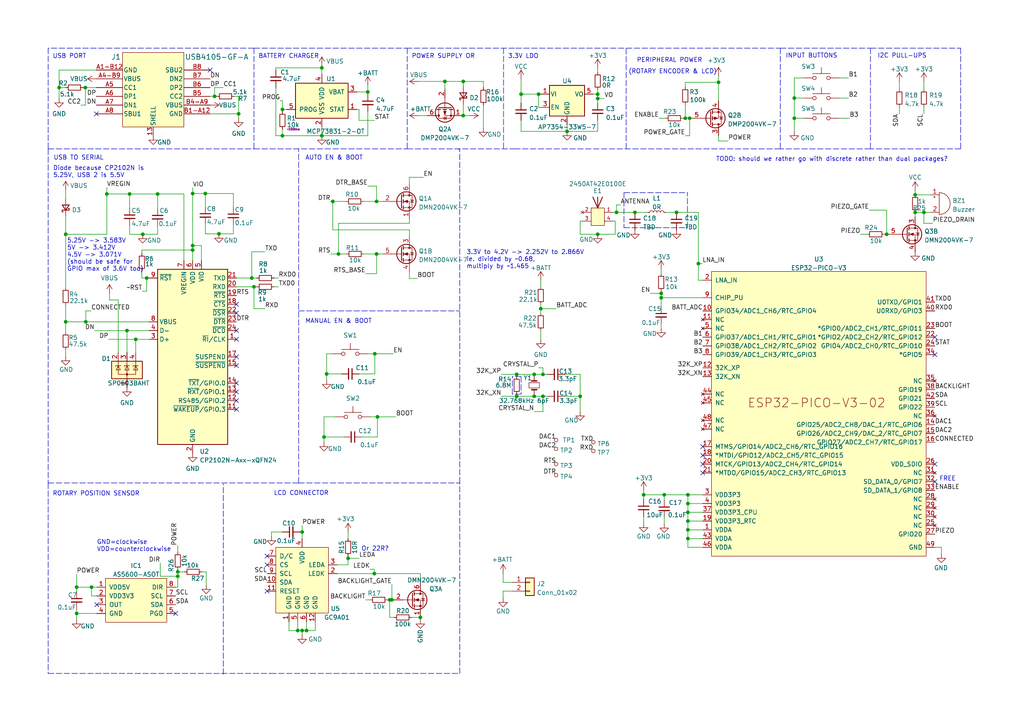
<source format=kicad_sch>
(kicad_sch (version 20211123) (generator eeschema)
  (paper "A4")
  (junction (at 149.86 108.585))
  (junction (at 121.92 179.07))
  (junction (at 208.407 23.876))
  (junction (at 69.215 33.02))
  (junction (at 81.915 39.37))
  (junction (at 45.72 56.261))
  (junction (at 17.145 25.4))
  (junction (at 129.032 23.622))
  (junction (at 22.225 177.927))
  (junction (at 184.15 61.595))
  (junction (at 202.565 76.454))
  (junction (at 173.355 27.305))
  (junction (at 63.5 67.818))
  (junction (at 42.545 80.645))
  (junction (at 199.517 148.59))
  (junction (at 37.592 56.261))
  (junction (at 24.892 93.345))
  (junction (at 154.94 114.935))
  (junction (at 154.94 108.585))
  (junction (at 81.915 31.75))
  (junction (at 86.36 182.88))
  (junction (at 106.68 26.67))
  (junction (at 39.37 98.425))
  (junction (at 192.659 143.51))
  (junction (at 55.88 56.134))
  (junction (at 98.171 73.66))
  (junction (at 157.48 114.935))
  (junction (at 198.755 34.29))
  (junction (at 55.88 71.247))
  (junction (at 41.402 67.945))
  (junction (at 108.585 166.37))
  (junction (at 134.366 23.622))
  (junction (at 230.378 28.448))
  (junction (at 87.63 182.88))
  (junction (at 157.48 108.585))
  (junction (at 36.83 95.885))
  (junction (at 51.562 165.862))
  (junction (at 196.215 61.595))
  (junction (at 230.378 34.29))
  (junction (at 55.88 72.517))
  (junction (at 191.77 85.09))
  (junction (at 156.845 89.535))
  (junction (at 109.22 58.42))
  (junction (at 109.474 120.904))
  (junction (at 186.69 143.51))
  (junction (at 199.517 143.51))
  (junction (at 173.355 67.945))
  (junction (at 265.43 56.515))
  (junction (at 19.05 93.345))
  (junction (at 100.965 161.925))
  (junction (at 199.517 153.67))
  (junction (at 199.517 146.05))
  (junction (at 109.22 73.66))
  (junction (at 151.13 27.305))
  (junction (at 73.66 83.185))
  (junction (at 87.63 154.305))
  (junction (at 94.742 108.458))
  (junction (at 108.712 102.616))
  (junction (at 199.517 151.13))
  (junction (at 267.97 61.595))
  (junction (at 59.563 56.134))
  (junction (at 199.517 156.21))
  (junction (at 22.225 170.307))
  (junction (at 93.345 19.685))
  (junction (at 113.665 173.99))
  (junction (at 26.543 170.307))
  (junction (at 30.988 56.261))
  (junction (at 149.86 114.935))
  (junction (at 73.025 80.645))
  (junction (at 19.05 67.945))
  (junction (at 113.03 173.99))
  (junction (at 200.025 34.29))
  (junction (at 93.98 126.746))
  (junction (at 191.77 86.36))
  (junction (at 257.175 67.945))
  (junction (at 96.52 58.42))
  (junction (at 93.345 39.37))
  (junction (at 178.816 61.595))
  (junction (at 164.465 38.1))
  (junction (at 168.275 114.935))
  (junction (at 51.562 167.132))
  (junction (at 134.366 33.528))
  (junction (at 173.355 28.575))
  (junction (at 265.43 61.595))
  (junction (at 62.23 27.94))
  (junction (at 88.9 182.88))
  (junction (at 24.765 25.4))
  (junction (at 156.21 27.305))
  (no_connect (at 271.145 134.62))
  (no_connect (at 68.58 106.045))
  (no_connect (at 68.58 103.505))
  (no_connect (at 203.835 134.62))
  (no_connect (at 203.835 137.16))
  (no_connect (at 68.58 88.265))
  (no_connect (at 203.835 129.54))
  (no_connect (at 68.58 111.125))
  (no_connect (at 68.58 116.205))
  (no_connect (at 68.58 113.665))
  (no_connect (at 68.58 118.745))
  (no_connect (at 68.58 90.805))
  (no_connect (at 271.145 97.79))
  (no_connect (at 271.145 102.87))
  (no_connect (at 27.94 33.02))
  (no_connect (at 60.96 20.32))
  (no_connect (at 77.47 171.45))
  (no_connect (at 77.47 163.83))
  (no_connect (at 203.835 132.08))
  (no_connect (at 68.58 95.885))
  (no_connect (at 68.58 98.425))
  (no_connect (at 271.145 139.7))
  (no_connect (at 77.47 161.29))
  (no_connect (at 50.927 177.927))
  (no_connect (at 28.067 175.387))
  (wire (pts (xy 168.275 114.935) (xy 163.83 114.935)))
  (wire (pts (xy 59.563 67.818) (xy 63.5 67.818)))
  (wire (pts (xy 151.13 38.1) (xy 164.465 38.1)))
  (wire (pts (xy 119.38 179.07) (xy 121.92 179.07)))
  (wire (pts (xy 19.05 101.473) (xy 19.05 103.378)))
  (wire (pts (xy 173.355 19.685) (xy 173.355 20.955)))
  (wire (pts (xy 164.465 38.1) (xy 164.465 36.195)))
  (wire (pts (xy 113.03 179.07) (xy 113.03 173.99)))
  (wire (pts (xy 134.366 30.226) (xy 134.366 33.528)))
  (wire (pts (xy 41.148 72.517) (xy 55.88 72.517)))
  (wire (pts (xy 186.69 143.51) (xy 186.69 144.78)))
  (wire (pts (xy 188.595 85.09) (xy 191.77 85.09)))
  (polyline (pts (xy 181.61 43.18) (xy 181.61 13.97)))
  (polyline (pts (xy 180.975 66.04) (xy 199.39 66.04)))
  (wire (pts (xy 30.988 67.945) (xy 30.988 56.261)))
  (wire (pts (xy 199.517 156.21) (xy 199.517 153.67)))
  (polyline (pts (xy 118.11 43.18) (xy 149.225 43.18)))
  (wire (pts (xy 265.43 61.595) (xy 265.43 62.865)))
  (wire (pts (xy 243.332 28.448) (xy 246.126 28.448)))
  (wire (pts (xy 59.563 65.024) (xy 59.563 67.818)))
  (wire (pts (xy 198.755 39.37) (xy 200.025 39.37)))
  (wire (pts (xy 178.816 59.436) (xy 178.816 61.595)))
  (wire (pts (xy 106.045 79.375) (xy 109.22 79.375)))
  (wire (pts (xy 109.22 53.975) (xy 109.22 58.42)))
  (wire (pts (xy 105.537 73.66) (xy 109.22 73.66)))
  (wire (pts (xy 45.72 67.945) (xy 45.72 65.532)))
  (wire (pts (xy 191.77 86.36) (xy 203.835 86.36)))
  (wire (pts (xy 163.83 108.585) (xy 168.275 108.585)))
  (wire (pts (xy 270.51 64.77) (xy 267.97 64.77)))
  (wire (pts (xy 129.032 23.622) (xy 129.032 25.908)))
  (wire (pts (xy 73.025 73.025) (xy 73.025 80.645)))
  (wire (pts (xy 156.845 89.535) (xy 156.845 90.805)))
  (wire (pts (xy 230.378 22.606) (xy 230.378 28.448)))
  (wire (pts (xy 31.496 98.425) (xy 39.37 98.425)))
  (wire (pts (xy 208.407 22.098) (xy 208.407 23.876)))
  (wire (pts (xy 203.835 81.28) (xy 202.565 81.28)))
  (wire (pts (xy 79.502 83.185) (xy 80.772 83.185)))
  (wire (pts (xy 19.05 67.945) (xy 19.05 83.439)))
  (wire (pts (xy 145.415 108.585) (xy 149.86 108.585)))
  (wire (pts (xy 106.68 27.305) (xy 106.68 26.67)))
  (wire (pts (xy 98.171 64.77) (xy 118.745 64.77)))
  (wire (pts (xy 199.517 153.67) (xy 199.517 151.13)))
  (wire (pts (xy 173.355 26.035) (xy 173.355 27.305)))
  (wire (pts (xy 156.21 27.305) (xy 156.845 27.305)))
  (wire (pts (xy 24.765 25.4) (xy 27.94 25.4)))
  (wire (pts (xy 106.68 53.975) (xy 109.22 53.975)))
  (wire (pts (xy 81.915 37.465) (xy 81.915 39.37)))
  (wire (pts (xy 80.01 39.37) (xy 81.915 39.37)))
  (wire (pts (xy 105.41 58.42) (xy 109.22 58.42)))
  (wire (pts (xy 98.171 64.77) (xy 98.171 73.66)))
  (wire (pts (xy 80.01 19.685) (xy 93.345 19.685)))
  (wire (pts (xy 134.366 23.622) (xy 134.366 25.146)))
  (wire (pts (xy 46.482 167.132) (xy 51.562 167.132)))
  (wire (pts (xy 173.355 28.575) (xy 175.26 28.575)))
  (wire (pts (xy 118.745 66.675) (xy 118.745 68.58)))
  (wire (pts (xy 30.988 56.261) (xy 37.592 56.261)))
  (wire (pts (xy 81.915 39.37) (xy 93.345 39.37)))
  (wire (pts (xy 51.562 165.862) (xy 51.562 167.132)))
  (wire (pts (xy 81.915 31.75) (xy 81.915 32.385)))
  (wire (pts (xy 198.755 23.876) (xy 208.407 23.876)))
  (wire (pts (xy 94.742 108.458) (xy 99.06 108.458)))
  (wire (pts (xy 37.592 56.261) (xy 37.592 60.325)))
  (wire (pts (xy 67.945 27.94) (xy 69.215 27.94)))
  (wire (pts (xy 27.432 95.885) (xy 36.83 95.885)))
  (wire (pts (xy 168.91 64.135) (xy 168.275 64.135)))
  (wire (pts (xy 41.148 78.613) (xy 41.148 80.645)))
  (wire (pts (xy 80.01 20.32) (xy 80.01 19.685)))
  (wire (pts (xy 19.05 55.118) (xy 19.05 57.658)))
  (wire (pts (xy 156.845 31.115) (xy 156.21 31.115)))
  (wire (pts (xy 24.892 90.17) (xy 26.416 90.17)))
  (wire (pts (xy 121.412 23.622) (xy 129.032 23.622)))
  (wire (pts (xy 96.52 66.675) (xy 118.745 66.675)))
  (wire (pts (xy 69.215 33.02) (xy 69.215 34.29)))
  (wire (pts (xy 104.14 34.925) (xy 108.585 34.925)))
  (wire (pts (xy 108.585 165.1) (xy 108.585 166.37)))
  (wire (pts (xy 93.345 19.685) (xy 93.345 21.59)))
  (polyline (pts (xy 73.66 43.18) (xy 118.11 43.18)))
  (wire (pts (xy 260.858 30.988) (xy 260.858 33.02)))
  (polyline (pts (xy 64.77 195.58) (xy 64.77 140.335)))
  (wire (pts (xy 22.225 171.577) (xy 22.225 170.307)))
  (wire (pts (xy 24.13 25.4) (xy 24.765 25.4)))
  (wire (pts (xy 198.12 34.29) (xy 198.755 34.29)))
  (wire (pts (xy 243.332 34.29) (xy 246.38 34.29)))
  (wire (pts (xy 202.565 61.595) (xy 196.215 61.595)))
  (wire (pts (xy 199.517 158.75) (xy 199.517 156.21)))
  (polyline (pts (xy 151.13 109.22) (xy 148.59 109.22)))
  (wire (pts (xy 157.48 114.935) (xy 154.94 114.935)))
  (wire (pts (xy 63.5 67.818) (xy 67.691 67.818)))
  (wire (pts (xy 100.965 161.925) (xy 104.14 161.925)))
  (wire (pts (xy 192.659 143.51) (xy 192.659 145.034)))
  (wire (pts (xy 100.965 154.305) (xy 100.965 156.21)))
  (wire (pts (xy 51.562 167.132) (xy 51.562 170.307)))
  (wire (pts (xy 154.94 119.38) (xy 157.48 119.38)))
  (wire (pts (xy 121.92 166.37) (xy 121.92 168.91)))
  (wire (pts (xy 30.988 54.356) (xy 30.988 56.261)))
  (wire (pts (xy 265.43 61.595) (xy 267.97 61.595)))
  (wire (pts (xy 203.835 158.75) (xy 199.517 158.75)))
  (wire (pts (xy 149.86 114.935) (xy 154.94 114.935)))
  (polyline (pts (xy 199.39 66.04) (xy 199.39 55.88)))
  (wire (pts (xy 149.86 108.585) (xy 154.94 108.585)))
  (wire (pts (xy 168.275 108.585) (xy 168.275 114.935)))
  (wire (pts (xy 93.98 126.746) (xy 99.822 126.746)))
  (wire (pts (xy 96.52 58.42) (xy 100.33 58.42)))
  (wire (pts (xy 121.412 33.528) (xy 123.952 33.528)))
  (wire (pts (xy 186.69 149.86) (xy 186.69 151.765)))
  (wire (pts (xy 42.545 84.455) (xy 42.545 80.645)))
  (wire (pts (xy 191.77 93.98) (xy 191.77 95.25)))
  (wire (pts (xy 17.145 20.32) (xy 27.94 20.32)))
  (wire (pts (xy 41.148 73.533) (xy 41.148 72.517)))
  (wire (pts (xy 243.332 22.606) (xy 246.126 22.606)))
  (wire (pts (xy 156.845 98.425) (xy 156.845 95.885)))
  (wire (pts (xy 107.315 165.1) (xy 108.585 165.1)))
  (wire (pts (xy 230.378 28.448) (xy 230.378 34.29)))
  (wire (pts (xy 199.517 148.59) (xy 199.517 146.05)))
  (wire (pts (xy 154.94 114.3) (xy 154.94 114.935)))
  (wire (pts (xy 178.816 61.595) (xy 184.15 61.595)))
  (wire (pts (xy 192.659 143.51) (xy 199.517 143.51)))
  (wire (pts (xy 55.88 56.134) (xy 55.88 71.247)))
  (wire (pts (xy 156.845 83.185) (xy 156.845 81.28)))
  (wire (pts (xy 191.77 85.09) (xy 191.77 86.36)))
  (polyline (pts (xy 73.66 13.97) (xy 13.97 13.97)))
  (wire (pts (xy 265.43 56.515) (xy 269.875 56.515)))
  (wire (pts (xy 55.88 71.247) (xy 55.88 72.517)))
  (wire (pts (xy 203.835 146.05) (xy 199.517 146.05)))
  (polyline (pts (xy 226.314 13.97) (xy 252.476 13.97)))
  (wire (pts (xy 69.215 33.02) (xy 60.96 33.02)))
  (wire (pts (xy 86.36 180.34) (xy 86.36 182.88)))
  (wire (pts (xy 68.58 83.185) (xy 73.66 83.185)))
  (wire (pts (xy 67.691 56.134) (xy 59.563 56.134)))
  (wire (pts (xy 151.13 34.925) (xy 151.13 38.1)))
  (wire (pts (xy 17.145 25.4) (xy 17.145 20.32)))
  (wire (pts (xy 106.68 102.616) (xy 108.712 102.616)))
  (wire (pts (xy 140.208 30.48) (xy 140.208 37.084)))
  (wire (pts (xy 199.517 148.59) (xy 199.517 151.13)))
  (wire (pts (xy 267.97 30.988) (xy 267.97 33.02)))
  (wire (pts (xy 140.208 23.622) (xy 140.208 25.4)))
  (polyline (pts (xy 226.314 43.18) (xy 181.61 43.18)))
  (wire (pts (xy 22.225 176.657) (xy 22.225 177.927)))
  (wire (pts (xy 109.474 120.904) (xy 114.808 120.904)))
  (wire (pts (xy 76.835 73.025) (xy 73.025 73.025)))
  (wire (pts (xy 19.05 25.4) (xy 17.145 25.4)))
  (wire (pts (xy 199.517 146.05) (xy 199.517 143.51)))
  (wire (pts (xy 186.69 142.24) (xy 186.69 143.51)))
  (wire (pts (xy 257.175 67.945) (xy 257.81 67.945)))
  (wire (pts (xy 168.275 119.38) (xy 168.275 114.935)))
  (polyline (pts (xy 278.638 13.97) (xy 278.638 43.18)))
  (wire (pts (xy 73.66 89.535) (xy 73.66 83.185)))
  (wire (pts (xy 93.345 19.05) (xy 93.345 19.685)))
  (wire (pts (xy 55.88 72.517) (xy 55.88 75.565)))
  (wire (pts (xy 93.345 36.83) (xy 93.345 39.37)))
  (wire (pts (xy 108.712 102.616) (xy 114.046 102.616)))
  (wire (pts (xy 113.665 173.99) (xy 114.3 173.99)))
  (polyline (pts (xy 13.97 43.18) (xy 13.97 140.081)))
  (wire (pts (xy 45.72 56.261) (xy 45.72 60.452)))
  (wire (pts (xy 145.415 114.935) (xy 149.86 114.935)))
  (wire (pts (xy 73.66 83.185) (xy 74.422 83.185)))
  (wire (pts (xy 24.892 90.17) (xy 24.892 93.345)))
  (wire (pts (xy 42.545 80.645) (xy 43.18 80.645)))
  (wire (pts (xy 192.659 150.114) (xy 192.659 151.892)))
  (wire (pts (xy 69.215 27.94) (xy 69.215 33.02)))
  (wire (pts (xy 37.592 56.261) (xy 45.72 56.261)))
  (wire (pts (xy 173.355 27.305) (xy 173.355 28.575)))
  (polyline (pts (xy 73.66 13.97) (xy 73.66 43.18)))
  (wire (pts (xy 39.37 98.425) (xy 39.37 102.235)))
  (wire (pts (xy 203.835 148.59) (xy 199.517 148.59)))
  (wire (pts (xy 100.965 163.83) (xy 100.965 161.925)))
  (wire (pts (xy 98.171 73.66) (xy 100.457 73.66)))
  (wire (pts (xy 271.145 158.75) (xy 273.05 158.75)))
  (wire (pts (xy 79.502 80.645) (xy 80.772 80.645)))
  (wire (pts (xy 149.86 108.585) (xy 149.86 109.22)))
  (polyline (pts (xy 86.614 140.081) (xy 133.35 140.081)))
  (wire (pts (xy 151.13 22.86) (xy 151.13 27.305)))
  (polyline (pts (xy 13.97 13.97) (xy 13.97 43.18)))
  (wire (pts (xy 230.378 28.448) (xy 233.172 28.448)))
  (wire (pts (xy 31.75 86.995) (xy 34.29 86.995)))
  (wire (pts (xy 104.14 31.75) (xy 104.14 34.925)))
  (wire (pts (xy 256.54 67.945) (xy 257.175 67.945)))
  (wire (pts (xy 173.355 28.575) (xy 173.355 29.845)))
  (wire (pts (xy 208.407 23.876) (xy 208.407 29.21)))
  (wire (pts (xy 87.63 154.305) (xy 87.63 156.21)))
  (wire (pts (xy 198.755 25.273) (xy 198.755 23.876)))
  (wire (pts (xy 168.275 64.135) (xy 168.275 67.945)))
  (polyline (pts (xy 132.969 43.307) (xy 133.35 43.307)))
  (polyline (pts (xy 252.476 13.97) (xy 252.476 43.18)))
  (wire (pts (xy 28.067 177.927) (xy 22.225 177.927)))
  (polyline (pts (xy 151.13 109.22) (xy 151.13 114.3)))
  (wire (pts (xy 151.13 27.305) (xy 151.13 29.845)))
  (wire (pts (xy 177.8 64.135) (xy 178.435 64.135)))
  (wire (pts (xy 172.085 27.305) (xy 173.355 27.305)))
  (wire (pts (xy 94.742 102.616) (xy 94.742 108.458)))
  (polyline (pts (xy 180.975 13.97) (xy 149.225 13.97)))
  (polyline (pts (xy 151.13 114.3) (xy 148.59 114.3)))
  (wire (pts (xy 230.378 34.29) (xy 230.378 38.1)))
  (wire (pts (xy 191.77 78.105) (xy 191.77 79.375)))
  (wire (pts (xy 157.48 106.68) (xy 157.48 108.585)))
  (polyline (pts (xy 278.638 43.18) (xy 252.476 43.18)))
  (wire (pts (xy 203.835 143.51) (xy 199.517 143.51)))
  (wire (pts (xy 145.923 168.91) (xy 148.59 168.91)))
  (wire (pts (xy 22.225 166.497) (xy 22.225 170.307)))
  (wire (pts (xy 230.378 34.29) (xy 233.172 34.29)))
  (wire (pts (xy 273.05 158.75) (xy 273.05 160.655)))
  (wire (pts (xy 109.22 79.375) (xy 109.22 73.66)))
  (wire (pts (xy 151.13 27.305) (xy 156.21 27.305)))
  (wire (pts (xy 203.835 156.21) (xy 199.517 156.21)))
  (wire (pts (xy 186.69 143.51) (xy 192.659 143.51)))
  (wire (pts (xy 107.442 120.904) (xy 109.474 120.904)))
  (wire (pts (xy 37.592 65.405) (xy 37.592 67.945)))
  (wire (pts (xy 96.52 58.42) (xy 96.52 66.675)))
  (wire (pts (xy 109.474 126.746) (xy 104.902 126.746)))
  (wire (pts (xy 36.83 95.885) (xy 43.18 95.885)))
  (wire (pts (xy 22.225 170.307) (xy 26.543 170.307)))
  (wire (pts (xy 24.892 93.345) (xy 43.18 93.345)))
  (wire (pts (xy 106.68 24.765) (xy 106.68 26.67)))
  (polyline (pts (xy 146.05 13.97) (xy 146.05 43.18)))
  (wire (pts (xy 203.835 151.13) (xy 199.517 151.13)))
  (wire (pts (xy 68.58 80.645) (xy 73.025 80.645)))
  (polyline (pts (xy 133.35 140.081) (xy 133.35 43.307)))
  (wire (pts (xy 26.543 170.307) (xy 28.067 170.307)))
  (polyline (pts (xy 13.97 140.081) (xy 13.97 195.326)))
  (wire (pts (xy 58.547 165.862) (xy 59.817 165.862)))
  (wire (pts (xy 39.37 98.425) (xy 43.18 98.425)))
  (polyline (pts (xy 13.97 43.18) (xy 73.66 43.18)))
  (polyline (pts (xy 133.35 195.326) (xy 133.35 140.081)))
  (wire (pts (xy 200.025 34.29) (xy 200.025 39.37)))
  (wire (pts (xy 53.34 56.261) (xy 53.34 75.565)))
  (wire (pts (xy 202.565 81.28) (xy 202.565 76.454)))
  (wire (pts (xy 149.86 114.3) (xy 149.86 114.935)))
  (wire (pts (xy 184.15 61.595) (xy 187.96 61.595)))
  (wire (pts (xy 62.23 27.94) (xy 62.865 27.94)))
  (wire (pts (xy 168.275 67.945) (xy 173.355 67.945)))
  (wire (pts (xy 108.712 102.616) (xy 108.712 108.458)))
  (polyline (pts (xy 252.476 13.97) (xy 278.638 13.97)))
  (wire (pts (xy 191.77 84.455) (xy 191.77 85.09)))
  (wire (pts (xy 83.185 31.75) (xy 81.915 31.75)))
  (wire (pts (xy 200.025 34.29) (xy 200.787 34.29)))
  (wire (pts (xy 109.474 120.904) (xy 109.474 126.746)))
  (wire (pts (xy 156.845 88.265) (xy 156.845 89.535)))
  (wire (pts (xy 129.032 23.622) (xy 134.366 23.622)))
  (wire (pts (xy 55.88 54.483) (xy 55.88 56.134)))
  (polyline (pts (xy 13.97 195.326) (xy 78.486 195.326)))
  (wire (pts (xy 118.745 63.5) (xy 118.745 64.77)))
  (wire (pts (xy 118.745 51.435) (xy 122.809 51.435)))
  (wire (pts (xy 267.97 61.595) (xy 269.875 61.595)))
  (wire (pts (xy 121.92 179.07) (xy 121.92 179.705)))
  (wire (pts (xy 19.05 88.519) (xy 19.05 93.345)))
  (wire (pts (xy 154.94 108.585) (xy 154.94 109.22)))
  (wire (pts (xy 73.025 80.645) (xy 74.422 80.645)))
  (wire (pts (xy 83.82 180.34) (xy 83.82 182.88)))
  (wire (pts (xy 134.366 23.622) (xy 140.208 23.622)))
  (wire (pts (xy 97.79 163.83) (xy 100.965 163.83)))
  (wire (pts (xy 103.505 31.75) (xy 104.14 31.75)))
  (wire (pts (xy 37.592 67.945) (xy 41.402 67.945)))
  (polyline (pts (xy 86.614 90.17) (xy 133.35 90.17)))
  (wire (pts (xy 55.88 56.134) (xy 59.563 56.134)))
  (polyline (pts (xy 181.61 13.97) (xy 226.314 13.97)))
  (polyline (pts (xy 149.225 43.18) (xy 181.61 43.18)))
  (wire (pts (xy 158.75 114.935) (xy 157.48 114.935)))
  (wire (pts (xy 81.915 29.21) (xy 81.915 31.75)))
  (wire (pts (xy 109.22 73.66) (xy 111.125 73.66)))
  (wire (pts (xy 134.112 33.528) (xy 134.366 33.528)))
  (wire (pts (xy 88.9 180.34) (xy 88.9 182.88)))
  (wire (pts (xy 145.923 166.243) (xy 145.923 168.91)))
  (wire (pts (xy 67.691 67.818) (xy 67.691 65.151)))
  (wire (pts (xy 106.68 32.385) (xy 106.68 39.37)))
  (wire (pts (xy 88.9 182.88) (xy 87.63 182.88)))
  (wire (pts (xy 59.817 165.862) (xy 59.817 169.672)))
  (wire (pts (xy 113.03 173.99) (xy 113.665 173.99)))
  (wire (pts (xy 81.28 29.21) (xy 81.915 29.21)))
  (polyline (pts (xy 180.975 55.88) (xy 180.975 66.04)))
  (polyline (pts (xy 149.225 13.97) (xy 118.11 13.97)))
  (wire (pts (xy 260.858 23.622) (xy 260.858 25.908)))
  (wire (pts (xy 95.885 73.66) (xy 98.171 73.66)))
  (wire (pts (xy 91.44 182.88) (xy 88.9 182.88)))
  (wire (pts (xy 26.543 170.307) (xy 26.543 172.847)))
  (wire (pts (xy 86.995 154.305) (xy 87.63 154.305)))
  (polyline (pts (xy 226.314 13.97) (xy 226.314 43.18)))
  (wire (pts (xy 83.82 182.88) (xy 86.36 182.88)))
  (wire (pts (xy 19.05 93.345) (xy 19.05 96.393)))
  (wire (pts (xy 96.52 102.616) (xy 94.742 102.616)))
  (wire (pts (xy 145.923 171.45) (xy 145.923 173.482)))
  (wire (pts (xy 158.75 108.585) (xy 157.48 108.585)))
  (wire (pts (xy 87.63 154.305) (xy 87.63 152.4)))
  (wire (pts (xy 51.562 165.862) (xy 53.467 165.862)))
  (wire (pts (xy 177.8 61.595) (xy 178.816 61.595)))
  (wire (pts (xy 60.96 27.94) (xy 62.23 27.94)))
  (wire (pts (xy 80.01 25.4) (xy 80.01 39.37)))
  (wire (pts (xy 41.402 67.945) (xy 45.72 67.945)))
  (wire (pts (xy 62.23 25.4) (xy 62.23 27.94)))
  (wire (pts (xy 19.05 62.738) (xy 19.05 67.945)))
  (wire (pts (xy 53.34 56.261) (xy 45.72 56.261)))
  (polyline (pts (xy 13.97 140.081) (xy 86.614 140.081)))
  (wire (pts (xy 41.275 84.455) (xy 42.545 84.455)))
  (wire (pts (xy 36.83 95.885) (xy 36.83 102.235)))
  (wire (pts (xy 202.565 76.454) (xy 202.565 61.595)))
  (polyline (pts (xy 148.59 114.3) (xy 148.59 109.22)))
  (wire (pts (xy 41.148 80.645) (xy 42.545 80.645)))
  (wire (pts (xy 106.68 26.67) (xy 103.505 26.67)))
  (polyline (pts (xy 180.975 55.88) (xy 199.39 55.88)))
  (wire (pts (xy 173.355 34.925) (xy 173.355 38.1)))
  (wire (pts (xy 156.21 31.115) (xy 156.21 27.305)))
  (wire (pts (xy 31.75 85.09) (xy 31.75 86.995)))
  (wire (pts (xy 156.21 106.68) (xy 157.48 106.68)))
  (wire (pts (xy 97.79 166.37) (xy 108.585 166.37)))
  (polyline (pts (xy 252.476 43.18) (xy 226.314 43.18)))
  (wire (pts (xy 178.435 64.135) (xy 178.435 67.945)))
  (wire (pts (xy 118.745 80.772) (xy 121.031 80.772)))
  (wire (pts (xy 257.175 60.96) (xy 257.175 67.945)))
  (wire (pts (xy 93.98 120.904) (xy 93.98 126.746)))
  (wire (pts (xy 24.765 30.48) (xy 24.765 25.4)))
  (wire (pts (xy 267.97 64.77) (xy 267.97 61.595)))
  (wire (pts (xy 118.745 51.435) (xy 118.745 53.34)))
  (wire (pts (xy 106.68 39.37) (xy 93.345 39.37)))
  (polyline (pts (xy 73.66 13.97) (xy 118.11 13.97)))
  (wire (pts (xy 233.172 22.606) (xy 230.378 22.606)))
  (wire (pts (xy 156.845 89.535) (xy 161.29 89.535)))
  (wire (pts (xy 23.495 30.48) (xy 24.765 30.48)))
  (wire (pts (xy 78.74 155.575) (xy 78.74 154.305)))
  (wire (pts (xy 193.04 61.595) (xy 196.215 61.595)))
  (wire (pts (xy 267.97 23.622) (xy 267.97 25.908)))
  (wire (pts (xy 64.77 25.4) (xy 62.23 25.4)))
  (wire (pts (xy 114.3 179.07) (xy 113.03 179.07)))
  (polyline (pts (xy 86.614 140.081) (xy 86.614 43.18)))
  (wire (pts (xy 113.665 169.545) (xy 113.665 173.99)))
  (wire (pts (xy 173.355 67.945) (xy 178.435 67.945)))
  (wire (pts (xy 59.563 56.134) (xy 59.563 59.944)))
  (wire (pts (xy 58.42 75.565) (xy 58.42 71.247)))
  (wire (pts (xy 95.885 58.42) (xy 96.52 58.42)))
  (wire (pts (xy 157.48 108.585) (xy 154.94 108.585)))
  (wire (pts (xy 191.135 34.29) (xy 193.04 34.29)))
  (wire (pts (xy 26.543 172.847) (xy 28.067 172.847)))
  (wire (pts (xy 265.43 55.245) (xy 265.43 56.515)))
  (wire (pts (xy 106.045 173.99) (xy 107.315 173.99)))
  (wire (pts (xy 179.959 59.436) (xy 178.816 59.436)))
  (wire (pts (xy 157.48 119.38) (xy 157.48 114.935)))
  (wire (pts (xy 249.555 67.945) (xy 251.46 67.945)))
  (wire (pts (xy 67.691 60.071) (xy 67.691 56.134)))
  (wire (pts (xy 76.835 89.535) (xy 73.66 89.535)))
  (wire (pts (xy 198.755 30.353) (xy 198.755 34.29)))
  (wire (pts (xy 93.98 126.746) (xy 93.98 128.27)))
  (polyline (pts (xy 78.486 195.326) (xy 133.35 195.326)))
  (wire (pts (xy 164.465 38.1) (xy 173.355 38.1)))
  (wire (pts (xy 58.42 71.247) (xy 55.88 71.247)))
  (wire (pts (xy 19.05 67.945) (xy 30.988 67.945)))
  (wire (pts (xy 203.835 153.67) (xy 199.517 153.67)))
  (wire (pts (xy 108.585 166.37) (xy 121.92 166.37)))
  (wire (pts (xy 91.44 180.34) (xy 91.44 182.88)))
  (wire (pts (xy 17.145 25.4) (xy 17.145 28.575)))
  (wire (pts (xy 78.74 154.305) (xy 81.915 154.305)))
  (wire (pts (xy 202.565 76.454) (xy 203.708 76.454)))
  (wire (pts (xy 46.482 163.322) (xy 46.482 167.132)))
  (wire (pts (xy 208.407 40.894) (xy 211.201 40.894)))
  (wire (pts (xy 51.562 158.242) (xy 51.562 160.147)))
  (wire (pts (xy 22.225 177.927) (xy 22.225 179.705)))
  (wire (pts (xy 109.22 58.42) (xy 111.125 58.42)))
  (wire (pts (xy 94.742 108.458) (xy 94.742 110.236)))
  (wire (pts (xy 112.395 173.99) (xy 113.03 173.99)))
  (wire (pts (xy 86.36 182.88) (xy 87.63 182.88)))
  (wire (pts (xy 87.63 182.88) (xy 87.63 184.15)))
  (wire (pts (xy 19.05 93.345) (xy 24.892 93.345)))
  (wire (pts (xy 148.59 171.45) (xy 145.923 171.45)))
  (wire (pts (xy 100.965 161.925) (xy 100.965 161.29)))
  (wire (pts (xy 191.77 86.36) (xy 191.77 88.9)))
  (wire (pts (xy 34.29 86.995) (xy 34.29 102.235)))
  (wire (pts (xy 198.755 34.29) (xy 200.025 34.29)))
  (wire (pts (xy 51.562 165.227) (xy 51.562 165.862)))
  (wire (pts (xy 208.407 39.37) (xy 208.407 40.894)))
  (wire (pts (xy 97.282 120.904) (xy 93.98 120.904)))
  (wire (pts (xy 50.927 170.307) (xy 51.562 170.307)))
  (polyline (pts (xy 118.11 13.97) (xy 118.11 43.18)))
  (wire (pts (xy 108.712 108.458) (xy 104.14 108.458)))
  (wire (pts (xy 252.095 60.96) (xy 257.175 60.96)))
  (wire (pts (xy 118.745 78.74) (xy 118.745 80.772)))
  (wire (pts (xy 134.366 33.528) (xy 136.144 33.528)))
  (text "POWER SUPPLY OR" (at 119.38 17.145 0) (effects (font (size 1.27 1.27)) (justify left bottom)))
  (text "PERIPHERAL POWER" (at 184.658 18.288 0) (effects (font (size 1.27 1.27)) (justify left bottom)))
  (text "INPUT BUTTONS" (at 227.838 17.018 0) (effects (font (size 1.27 1.27)) (justify left bottom)))
  (text "3.3V LDO" (at 147.32 17.145 0) (effects (font (size 1.27 1.27)) (justify left bottom)))
  (text "(ROTARY ENCODER & LCD)" (at 182.245 21.59 0) (effects (font (size 1.27 1.27)) (justify left bottom)))
  (text "5.25V -> 3.583V\n5V -> 3.412V\n4.5V -> 3.071V\n(should be safe for\nGPIO max of 3.6V too)\n\n" (at 19.431 80.899 0) (effects (font (size 1.27 1.27)) (justify left bottom)))
  (text "I2C PULL-UPS" (at 254.508 17.018 0) (effects (font (size 1.27 1.27)) (justify left bottom)))
  (text "USB TO SERIAL" (at 15.494 46.609 0) (effects (font (size 1.27 1.27)) (justify left bottom)))
  (text "LCD CONNECTOR" (at 79.375 143.891 0) (effects (font (size 1.27 1.27)) (justify left bottom)))
  (text "AUTO EN & BOOT" (at 88.519 46.609 0) (effects (font (size 1.27 1.27)) (justify left bottom)))
  (text "Or 22R?" (at 104.775 160.02 0) (effects (font (size 1.27 1.27)) (justify left bottom)))
  (text "BATTERY CHARGER" (at 74.93 17.145 0) (effects (font (size 1.27 1.27)) (justify left bottom)))
  (text "USB PORT" (at 15.24 17.145 0) (effects (font (size 1.27 1.27)) (justify left bottom)))
  (text "GND=clockwise\nVDD=counterclockwise\n" (at 28.067 160.147 0) (effects (font (size 1.27 1.27)) (justify left bottom)))
  (text "MANUAL EN & BOOT" (at 88.519 93.98 0) (effects (font (size 1.27 1.27)) (justify left bottom)))
  (text "FREE" (at 272.415 139.7 0) (effects (font (size 1.27 1.27)) (justify left bottom)))
  (text "3.3V to 4.2V -> 2.252V to 2.866V\nie. divided by ~0.68,\nmultiply by ~1.465\n" (at 135.255 78.105 0) (effects (font (size 1.27 1.27)) (justify left bottom)))
  (text "TODO: should we rather go with discrete rather than dual packages?" (at 207.645 46.99 0) (effects (font (size 1.27 1.27)) (justify left bottom)))
  (text "Diode because CP2102N is\n5.25V, USB 2 is 5.5V" (at 15.367 51.689 0) (effects (font (size 1.27 1.27)) (justify left bottom)))
  (text "ROTARY POSITION SENSOR" (at 15.24 144.018 0) (effects (font (size 1.27 1.27)) (justify left bottom)))
  (label "SDA" (at 50.927 175.387 0))
  (label "POWER" (at 87.63 152.4 0))
  (label "DAC1" (at 271.145 123.19 0))
  (label "BOOT" (at 121.031 80.772 0))
  (label "VO" (at 175.26 28.575 0))
  (label "PIEZO_GATE" (at 252.095 60.96 180))
  (label "SCL" (at 271.145 118.11 0))
  (label "LNA_IN" (at 203.708 76.454 0))
  (label "B2" (at 203.835 100.33 180))
  (label "B3" (at 246.38 34.29 0))
  (label "CC2" (at 23.495 30.48 180))
  (label "POWER" (at 51.562 158.242 90))
  (label "POWER" (at 211.201 40.894 0))
  (label "SCL" (at 267.97 33.02 270))
  (label "POWER" (at 22.225 166.497 0))
  (label "LEDK" (at 107.315 165.1 180))
  (label "BOOT" (at 114.808 120.904 0))
  (label "DP" (at 31.496 98.425 180))
  (label "ENABLE" (at 271.145 142.24 0))
  (label "RXD" (at 76.835 89.535 0))
  (label "BOOT" (at 271.145 95.25 0))
  (label "EN" (at 122.809 51.435 0))
  (label "B1" (at 246.126 22.606 0))
  (label "DAC2" (at 161.29 130.175 180))
  (label "PIEZO" (at 271.145 154.94 0))
  (label "DTR" (at 68.58 93.345 0))
  (label "~RST" (at 41.275 84.455 180))
  (label "TXD" (at 76.835 73.025 0))
  (label "PIEZO" (at 249.555 67.945 180))
  (label "ENABLE" (at 191.135 34.29 180))
  (label "32K_XP" (at 203.835 106.68 180))
  (label "DN" (at 27.94 30.48 180))
  (label "RTS" (at 161.29 134.62 180))
  (label "RXD0" (at 80.772 80.645 0))
  (label "RTS" (at 68.58 85.725 0))
  (label "CRYSTAL_P" (at 156.21 106.68 180))
  (label "EN" (at 188.595 85.09 180))
  (label "BATT_ADC" (at 203.835 90.17 180))
  (label "DIR" (at 46.482 163.322 180))
  (label "SDA" (at 271.145 115.57 0))
  (label "DAC2" (at 271.145 125.73 0))
  (label "32K_XN" (at 203.835 109.22 180))
  (label "32K_XP" (at 145.415 108.585 180))
  (label "BATT_ADC" (at 161.29 89.535 0))
  (label "TXD0" (at 80.772 83.185 0))
  (label "DN" (at 60.96 22.86 0))
  (label "BACKLIGHT_GATE" (at 113.665 169.545 180))
  (label "SDA" (at 77.47 168.91 180))
  (label "RXD0" (at 271.145 90.17 0))
  (label "SDA" (at 260.858 33.02 270))
  (label "B2" (at 246.126 28.448 0))
  (label "BACKLIGHT" (at 106.045 173.99 180))
  (label "PIEZO_DRAIN" (at 270.51 64.77 0))
  (label "ANTENNA" (at 179.959 59.436 0))
  (label "DN" (at 27.432 95.885 180))
  (label "LEDA" (at 104.14 161.925 0))
  (label "CRYSTAL_N" (at 154.94 119.38 180))
  (label "BACKLIGHT" (at 271.145 113.03 0))
  (label "SCL" (at 77.47 166.37 180))
  (label "STAT" (at 108.585 34.925 0))
  (label "CC1" (at 64.77 25.4 0))
  (label "DP" (at 27.94 27.94 180))
  (label "B1" (at 203.835 97.79 180))
  (label "CONNECTED" (at 271.145 128.27 0))
  (label "EN" (at 114.046 102.616 0))
  (label "RTS" (at 95.885 73.66 180))
  (label "PROG" (at 81.28 29.21 180))
  (label "CONNECTED" (at 26.416 90.17 0))
  (label "STAT" (at 271.145 100.33 0))
  (label "VREGIN" (at 30.988 54.356 0))
  (label "POWER_GATE" (at 198.755 39.37 180))
  (label "TXD0" (at 271.145 87.63 0))
  (label "SCL" (at 50.927 172.847 0))
  (label "VIO" (at 55.88 54.483 0))
  (label "DTR" (at 95.885 58.42 180))
  (label "DAC1" (at 161.29 127.635 180))
  (label "DTR" (at 161.29 137.795 180))
  (label "RXD" (at 172.085 130.81 180))
  (label "DTR_BASE" (at 106.68 53.975 180))
  (label "32K_XN" (at 145.415 114.935 180))
  (label "TXD" (at 172.085 128.27 180))
  (label "DP" (at 60.96 25.4 0))
  (label "RTS_BASE" (at 106.045 79.375 180))
  (label "B3" (at 203.835 102.87 180))
  (symbol (lib_id "power:VCC") (at 151.13 22.86 0) (unit 1)
    (property "Reference" "#PWR0105" (effects hide))
    (property "Value" "VCC" (at 151.13 19.2842 0))
  )
  (symbol (lib_id "power:GND") (at 69.215 34.29 0) (unit 1)
    (property "Reference" "#PWR0134" (effects hide))
    (property "Value" "GND" (at 69.215 38.7334 0))
  )
  (symbol (lib_id "Connector_Generic:Conn_01x02") (at 153.67 168.91 0) (unit 1) (in_bom no)
    (property "Reference" "J2" (at 155.702 169.3453 0) (effects (justify left)))
    (property "Value" "Conn_01x02" (at 155.702 171.8822 0) (effects (justify left)))
    (property "Footprint" "battery-connector:Battery Connector" (effects hide))
  )
  (symbol (lib_id "Device:R_Small") (at 102.997 73.66 270) (unit 1)
    (property "Reference" "R11" (at 102.235 71.882 90))
    (property "Value" "10k" (at 102.997 75.438 90))
    (property "Footprint" "Resistor_SMD:R_0402_1005Metric" (effects hide))
  )
  (symbol (lib_id "Device:R_Small") (at 140.208 27.94 0) (unit 1)
    (property "Reference" "R16" (at 142.875 26.67 0))
    (property "Value" "100k" (at 143.51 28.702 0))
    (property "Footprint" "Resistor_SMD:R_0402_1005Metric" (effects hide))
  )
  (symbol (lib_id "Switch:SW_Push") (at 238.252 22.606 0) (unit 1)
    (property "Reference" "SW3" (at 234.442 19.304 0))
    (property "Value" "side-switch" (effects hide))
    (property "Footprint" "EVP-AKE31A:EVP-AKE31A" (effects hide))
  )
  (symbol (lib_id "Device:R_Small") (at 51.562 162.687 180) (unit 1)
    (property "Reference" "R26" (at 49.657 162.052 90) (effects (justify left)))
    (property "Value" "10k" (at 53.467 160.782 90) (effects (justify left)))
    (property "Footprint" "Resistor_SMD:R_0402_1005Metric" (effects hide))
  )
  (symbol (lib_id "power:GND") (at 59.817 169.672 0) (unit 1)
    (property "Reference" "#PWR0151" (effects hide))
    (property "Value" "GND" (at 59.817 173.482 0))
  )
  (symbol (lib_id "power:GND") (at 184.15 66.675 0) (unit 1)
    (property "Reference" "#PWR0146" (effects hide))
    (property "Value" "GND" (at 180.848 68.199 0))
  )
  (symbol (lib_id "power:GND") (at 121.92 179.705 0) (unit 1)
    (property "Reference" "#PWR0113" (effects hide))
    (property "Value" "GND" (at 121.92 184.531 90))
  )
  (symbol (lib_id "power:GND") (at 196.215 66.675 0) (unit 1)
    (property "Reference" "#PWR0145" (effects hide))
    (property "Value" "GND" (at 192.913 68.199 0))
  )
  (symbol (lib_id "USB4105:USB4105-GF-A") (at 24.13 20.32 0) (unit 1)
    (property "Reference" "J1" (at 33.655 16.51 0) (effects (font (size 1.524 1.524))))
    (property "Value" "USB4105-GF-A" (at 62.865 16.51 0) (effects (font (size 1.524 1.524))))
    (property "Footprint" "USB4105:USB4105-GF-A" (effects hide))
  )
  (symbol (lib_id "power:GND") (at 186.69 151.765 0) (unit 1)
    (property "Reference" "#PWR0107" (effects hide))
    (property "Value" "GND" (at 186.69 155.575 0))
  )
  (symbol (lib_id "power:GND") (at 41.402 67.945 0) (unit 1)
    (property "Reference" "#PWR0138" (effects hide))
    (property "Value" "GND" (at 44.704 69.723 0))
  )
  (symbol (lib_id "Device:C_Small") (at 151.13 32.385 0) (unit 1)
    (property "Reference" "C2" (at 153.4541 31.5566 0) (effects (justify left)))
    (property "Value" "0.1uF" (at 153.4541 34.0935 0) (effects (justify left)))
    (property "Footprint" "Capacitor_SMD:C_0402_1005Metric" (effects hide))
  )
  (symbol (lib_id "Device:C_Small") (at 192.659 147.574 0) (unit 1)
    (property "Reference" "C17" (at 193.929 145.796 0) (effects (justify left)))
    (property "Value" "0.1uF" (at 193.675 149.352 0) (effects (justify left)))
    (property "Footprint" "Capacitor_SMD:C_0402_1005Metric" (effects hide))
  )
  (symbol (lib_id "power:+3V3") (at 267.97 23.622 0) (unit 1)
    (property "Reference" "#PWR0122" (effects hide))
    (property "Value" "+3V3" (at 267.97 20.0462 0))
  )
  (symbol (lib_id "Device:Q_Dual_NMOS_S1G1D2S2G2D1") (at 116.205 73.66 0) (unit 2)
    (property "Reference" "Q1" (at 121.412 72.8253 0) (effects (justify left)))
    (property "Value" "DMN2004VK-7" (at 121.412 75.3622 0) (effects (justify left)))
    (property "Footprint" "Package_TO_SOT_SMD:SOT-563" (effects hide))
  )
  (symbol (lib_id "Power_Protection:SP0503BAHT") (at 36.83 107.315 0) (unit 1)
    (property "Reference" "D1" (at 29.464 104.013 0) (effects (justify left)))
    (property "Value" "SP0503BAHT" (at 31.242 111.125 0) (effects (justify left)))
    (property "Footprint" "Package_TO_SOT_SMD:SOT-143" (effects hide))
    (property "Datasheet" "http://www.littelfuse.com/~/media/files/littelfuse/technical%20resources/documents/data%20sheets/sp05xxba.pdf" (effects hide))
  )
  (symbol (lib_id "Connector:TestPoint_Small") (at 161.29 134.62 0) (unit 1) (in_bom no)
    (property "Reference" "TP3" (at 162.433 135.0538 0) (effects (justify left)))
    (property "Value" "RTS" (effects hide))
    (property "Footprint" "TestPoint:TestPoint_Pad_D1.0mm" (effects hide))
  )
  (symbol (lib_id "Device:R_Small") (at 76.962 83.185 270) (unit 1)
    (property "Reference" "R9" (at 76.073 84.836 90))
    (property "Value" "1k" (at 76.073 86.741 90))
    (property "Footprint" "Resistor_SMD:R_0402_1005Metric" (effects hide))
  )
  (symbol (lib_id "power:+3V3") (at 208.407 22.098 0) (unit 1)
    (property "Reference" "#PWR0130" (effects hide))
    (property "Value" "+3V3" (at 210.439 17.526 0) (effects (justify right)))
  )
  (symbol (lib_id "Device:D_Schottky_Small") (at 19.05 60.198 90) (unit 1)
    (property "Reference" "D3" (at 20.828 60.8858 90) (effects (justify right)))
    (property "Value" "D_Schottky_Small" (effects hide))
    (property "Footprint" "Diode_SMD:D_SOD-323" (effects hide))
  )
  (symbol (lib_id "Device:C_Small") (at 161.29 108.585 270) (mirror x) (unit 1)
    (property "Reference" "C13" (at 162.052 107.696 90) (effects (justify left)))
    (property "Value" "3.3pF" (at 161.925 109.855 90) (effects (justify left)))
    (property "Footprint" "Capacitor_SMD:C_0603_1608Metric" (effects hide))
  )
  (symbol (lib_id "Device:R_Small") (at 156.845 93.345 180) (unit 1)
    (property "Reference" "R22" (at 151.765 92.329 0) (effects (justify right)))
    (property "Value" "47.5k" (at 150.241 94.361 0) (effects (justify right)))
    (property "Footprint" "Resistor_SMD:R_0402_1005Metric" (effects hide))
  )
  (symbol (lib_id "power:+3V3") (at 186.69 142.24 0) (unit 1)
    (property "Reference" "#PWR0150" (effects hide))
    (property "Value" "+3V3" (at 186.69 138.6642 0))
  )
  (symbol (lib_id "Device:R_Small") (at 81.915 34.925 0) (unit 1)
    (property "Reference" "R1" (at 83.185 34.29 0) (effects (justify left)))
    (property "Value" "10k" (at 83.185 36.195 0) (effects (justify left)))
    (property "Footprint" "Resistor_SMD:R_0402_1005Metric" (effects hide))
    (property "Note" "~100ma" (at 85.09 37.465 0) (effects (font (size 0.64 0.64))))
  )
  (symbol (lib_id "2450AT42E0100E:2450AT42E0100E") (at 173.355 62.23 0) (unit 1)
    (property "Reference" "E1" (at 173.355 55.3552 0))
    (property "Value" "2450AT42E0100E" (at 173.355 53.34 0))
    (property "Footprint" "2450AT42E0100:XDCR_2450AT42E0100E" (effects hide))
    (property "MAXIMUM_PACKAGE_HEIGHT" "1.7 mm" (effects hide))
    (property "PARTREV" "1.3" (effects hide))
    (property "STANDARD" "Manufacturer Recommendation" (effects hide))
    (property "MANUFACTURER" "Johanson Technology" (effects hide))
  )
  (symbol (lib_id "power:GND") (at 55.88 131.445 0) (unit 1)
    (property "Reference" "#PWR0141" (effects hide))
    (property "Value" "GND" (at 55.88 135.8884 0))
  )
  (symbol (lib_id "power:VBUS") (at 121.412 23.622 90) (unit 1)
    (property "Reference" "#PWR0117" (effects hide))
    (property "Value" "VBUS" (at 118.872 21.717 90) (effects (justify right)))
  )
  (symbol (lib_id "power:GND") (at 173.355 67.945 0) (unit 1)
    (property "Reference" "#PWR0135" (effects hide))
    (property "Value" "GND" (at 170.053 69.469 0))
  )
  (symbol (lib_id "Device:C_Small") (at 102.362 126.746 270) (unit 1)
    (property "Reference" "C12" (at 103.886 124.968 90) (effects (justify left)))
    (property "Value" "0.1uF" (at 104.394 129.032 90) (effects (justify left)))
    (property "Footprint" "Capacitor_SMD:C_0402_1005Metric" (effects hide))
  )
  (symbol (lib_id "power:+BATT") (at 156.845 81.28 0) (unit 1)
    (property "Reference" "#PWR0116" (effects hide))
    (property "Value" "+BATT" (at 156.845 77.7042 0))
  )
  (symbol (lib_id "Device:C_Small") (at 161.29 114.935 270) (mirror x) (unit 1)
    (property "Reference" "C14" (at 162.179 114.046 90) (effects (justify left)))
    (property "Value" "3.3pF" (at 162.179 116.205 90) (effects (justify left)))
    (property "Footprint" "Capacitor_SMD:C_0603_1608Metric" (effects hide))
  )
  (symbol (lib_id "Device:Q_Dual_PMOS_S1G1D2S2G2D1") (at 205.867 34.29 0) (mirror x) (unit 2)
    (property "Reference" "Q2" (at 211.074 33.4553 0) (effects (justify left)))
    (property "Value" "DMP2004VK-7" (at 211.074 35.9922 0) (effects (justify left)))
    (property "Footprint" "Package_TO_SOT_SMD:SOT-563" (effects hide))
  )
  (symbol (lib_id "power:+3V3") (at 191.77 78.105 0) (unit 1)
    (property "Reference" "#PWR0109" (effects hide))
    (property "Value" "+3V3" (at 191.77 74.5292 0))
  )
  (symbol (lib_id "power:GND") (at 78.74 155.575 0) (unit 1)
    (property "Reference" "#PWR0112" (effects hide))
    (property "Value" "GND" (at 75.438 157.099 0))
  )
  (symbol (lib_id "Device:R_Small") (at 260.858 28.448 0) (unit 1)
    (property "Reference" "R18" (at 262.3566 27.6133 0) (effects (justify left)))
    (property "Value" "4.7k" (at 262.3566 30.1502 0) (effects (justify left)))
    (property "Footprint" "Resistor_SMD:R_0402_1005Metric" (effects hide))
  )
  (symbol (lib_id "Device:C_Small") (at 59.563 62.484 0) (unit 1)
    (property "Reference" "C8" (at 59.944 60.579 0) (effects (justify left)))
    (property "Value" "4.7uF" (at 59.944 64.389 0) (effects (justify left)))
    (property "Footprint" "Capacitor_SMD:C_0402_1005Metric" (effects hide))
  )
  (symbol (lib_id "Device:R_Small") (at 19.05 85.979 180) (unit 1)
    (property "Reference" "R4" (at 21.336 85.344 0))
    (property "Value" "22.1k" (at 22.86 87.249 0))
    (property "Footprint" "Resistor_SMD:R_0402_1005Metric" (effects hide))
  )
  (symbol (lib_id "power:GND") (at 140.208 37.084 0) (unit 1)
    (property "Reference" "#PWR0120" (effects hide))
    (property "Value" "GND" (at 143.383 38.989 0))
  )
  (symbol (lib_id "Connector:TestPoint_Small") (at 172.085 130.81 0) (unit 1) (in_bom no)
    (property "Reference" "TP7" (at 173.228 131.2438 0) (effects (justify left)))
    (property "Value" "RXD" (effects hide))
    (property "Footprint" "TestPoint:TestPoint_Pad_D1.0mm" (effects hide))
  )
  (symbol (lib_id "Device:C_Small") (at 186.69 147.32 0) (unit 1)
    (property "Reference" "C16" (at 187.96 145.415 0) (effects (justify left)))
    (property "Value" "10uF" (at 187.452 149.352 0) (effects (justify left)))
    (property "Footprint" "Capacitor_SMD:C_0402_1005Metric" (effects hide))
  )
  (symbol (lib_id "Switch:SW_Push") (at 101.6 102.616 0) (unit 1)
    (property "Reference" "SW1" (at 101.6 97.2652 0))
    (property "Value" "top-switch" (effects hide))
    (property "Footprint" "KXT-311:KXT 311 LHS" (effects hide))
  )
  (symbol (lib_id "power:GND") (at 36.83 112.395 0) (unit 1)
    (property "Reference" "#PWR0140" (effects hide))
    (property "Value" "GND" (at 36.83 116.8384 0))
  )
  (symbol (lib_id "AS5600:AS5600-ASOT") (at 24.257 170.307 0) (unit 1)
    (property "Reference" "IC1" (at 39.497 164.0672 0))
    (property "Value" "AS5600-ASOT" (at 39.497 166.6041 0))
    (property "Footprint" "Package_SO:SOIC-8_3.9x4.9mm_P1.27mm" (effects hide))
    (property "DESCRIPTION" "Board Mount Hall Effect / Magnetic Sensors AS5600 Magnetic Sensor 12-Bit" (effects hide))
    (property "MOUSER_PART_NUMBER" "985-AS5600-ASOT" (effects hide))
    (property "MANUFACTURER_NAME" "ams" (effects hide))
    (property "MOUSER_PRICE-STOCK" "https://www.mouser.co.uk/ProductDetail/ams/AS5600-ASOT?qs=KTMMzrZdriGJpjhsnAEYBA%3D%3D" (effects hide))
    (property "HEIGHT" "1.75mm" (effects hide))
    (property "ARROW_PART_NUMBER" "AS5600-ASOT" (effects hide))
    (property "ARROW_PRICE-STOCK" "https://www.arrow.com/en/products/as5600-asot/ams-ag?region=nac" (effects hide))
    (property "MANUFACTURER_PART_NUMBER" "AS5600-ASOT" (effects hide))
  )
  (symbol (lib_id "power:GND") (at 191.77 95.25 0) (unit 1)
    (property "Reference" "#PWR0126" (effects hide))
    (property "Value" "GND" (at 188.468 96.774 0))
  )
  (symbol (lib_id "Device:C_Small") (at 184.15 64.135 0) (unit 1) (in_bom no)
    (property "Reference" "C18" (at 186.4741 63.3066 0) (effects (justify left)))
    (property "Value" "TBD" (at 186.4741 65.8435 0) (effects (justify left)))
    (property "Footprint" "Capacitor_SMD:C_0603_1608Metric" (effects hide))
  )
  (symbol (lib_id "Device:R_Small") (at 19.05 98.933 0) (unit 1)
    (property "Reference" "R5" (at 21.209 97.917 0))
    (property "Value" "47.5k" (at 22.606 99.822 0))
    (property "Footprint" "Resistor_SMD:R_0402_1005Metric" (effects hide))
  )
  (symbol (lib_id "power:+BATT") (at 145.923 166.243 0) (unit 1)
    (property "Reference" "#PWR0110" (effects hide))
    (property "Value" "+BATT" (at 148.717 162.306 0) (effects (justify right)))
  )
  (symbol (lib_id "Device:C_Small") (at 173.355 32.385 0) (unit 1)
    (property "Reference" "C3" (at 175.6791 31.5566 0) (effects (justify left)))
    (property "Value" "0.1uF" (at 175.6791 34.0935 0) (effects (justify left)))
    (property "Footprint" "Capacitor_SMD:C_0402_1005Metric" (effects hide))
  )
  (symbol (lib_id "Device:R_Small") (at 254 67.945 90) (unit 1)
    (property "Reference" "R24" (at 254.635 66.04 90) (effects (justify left)))
    (property "Value" "10k" (at 255.905 69.85 90) (effects (justify left)))
    (property "Footprint" "Resistor_SMD:R_0402_1005Metric" (effects hide))
  )
  (symbol (lib_id "Device:C_Small") (at 101.6 108.458 270) (unit 1)
    (property "Reference" "C11" (at 103.124 106.68 90) (effects (justify left)))
    (property "Value" "0.1uF" (at 103.632 110.744 90) (effects (justify left)))
    (property "Footprint" "Capacitor_SMD:C_0402_1005Metric" (effects hide))
  )
  (symbol (lib_id "power:+3V3") (at 173.355 19.685 0) (unit 1)
    (property "Reference" "#PWR0101" (effects hide))
    (property "Value" "+3V3" (at 173.355 16.1092 0))
  )
  (symbol (lib_id "Connector:TestPoint_Small") (at 161.29 127.635 0) (unit 1) (in_bom no)
    (property "Reference" "TP1" (at 163.195 127.635 0) (effects (justify left)))
    (property "Value" "DAC1" (effects hide))
    (property "Footprint" "TestPoint:TestPoint_Pad_D1.0mm" (effects hide))
  )
  (symbol (lib_id "Espressif:ESP32-PICO-V3") (at 236.855 120.65 0) (unit 1)
    (property "Reference" "U3" (at 237.49 75.1672 0))
    (property "Value" "ESP32-PICO-V3" (at 237.49 77.7041 0))
    (property "Footprint" "Package_DFN_QFN:QFN-48-1EP_7x7mm_P0.5mm_EP5.15x5.15mm" (effects hide))
    (property "Datasheet" "https://www.espressif.com/sites/default/files/documentation/esp32-pico-v3_datasheet_en.pdf" (effects hide))
  )
  (symbol (lib_id "Device:R_Small") (at 173.355 23.495 0) (unit 1)
    (property "Reference" "R12" (at 176.53 22.86 0))
    (property "Value" "0R" (at 175.895 24.765 0))
    (property "Footprint" "Resistor_SMD:R_0805_2012Metric" (effects hide))
  )
  (symbol (lib_id "Device:R_Small") (at 267.97 28.448 180) (unit 1)
    (property "Reference" "R19" (at 269.4686 27.6133 0) (effects (justify right)))
    (property "Value" "4.7k" (at 269.4686 30.1502 0) (effects (justify right)))
    (property "Footprint" "Resistor_SMD:R_0402_1005Metric" (effects hide))
  )
  (symbol (lib_id "power:GND") (at 94.742 110.236 0) (unit 1)
    (property "Reference" "#PWR0144" (effects hide))
    (property "Value" "GND" (at 97.917 112.141 0))
  )
  (symbol (lib_id "power:+3V3") (at 260.858 23.622 0) (unit 1)
    (property "Reference" "#PWR0124" (effects hide))
    (property "Value" "+3V3" (at 260.858 20.0462 0))
  )
  (symbol (lib_id "Device:C_Small") (at 106.68 29.845 0) (unit 1)
    (property "Reference" "C4" (at 109.0041 29.0166 0) (effects (justify left)))
    (property "Value" "4.7uF" (at 109.0041 31.5535 0) (effects (justify left)))
    (property "Footprint" "Capacitor_SMD:C_0402_1005Metric" (effects hide))
  )
  (symbol (lib_id "power:GND") (at 17.145 28.575 0) (unit 1)
    (property "Reference" "#PWR0132" (effects hide))
    (property "Value" "GND" (at 17.145 33.0184 0))
  )
  (symbol (lib_id "power:GND") (at 93.345 39.37 0) (unit 1)
    (property "Reference" "#PWR0106" (effects hide))
    (property "Value" "GND" (at 96.52 41.275 0))
  )
  (symbol (lib_id "Switch:SW_Push") (at 238.252 28.448 0) (unit 1)
    (property "Reference" "SW4" (at 234.442 25.654 0))
    (property "Value" "side-switch" (effects hide))
    (property "Footprint" "EVP-AKE31A:EVP-AKE31A" (effects hide))
  )
  (symbol (lib_id "power:+BATT") (at 106.68 24.765 0) (unit 1)
    (property "Reference" "#PWR0102" (effects hide))
    (property "Value" "+BATT" (at 106.68 21.1892 0))
  )
  (symbol (lib_id "power:VBUS") (at 31.75 85.09 0) (unit 1)
    (property "Reference" "#PWR0139" (effects hide))
    (property "Value" "VBUS" (at 31.75 80.645 0))
  )
  (symbol (lib_id "GC9A01:GC9A01") (at 87.63 165.1 0) (unit 1) (in_bom no)
    (property "Reference" "U5" (at 95.885 176.53 0) (effects (justify left)))
    (property "Value" "GC9A01" (at 93.98 179.07 0) (effects (justify left)))
    (property "Footprint" "gc9a01:GC9A01_IPS_display_under" (effects hide))
  )
  (symbol (lib_id "Device:R_Small") (at 65.405 27.94 90) (unit 1)
    (property "Reference" "R7" (at 71.755 28.575 90) (effects (justify left)))
    (property "Value" "5.1k" (at 71.755 26.67 90) (effects (justify left)))
    (property "Footprint" "Resistor_SMD:R_0402_1005Metric" (effects hide))
  )
  (symbol (lib_id "Device:R_Small") (at 191.77 81.915 180) (unit 1)
    (property "Reference" "R13" (at 194.691 81.026 0))
    (property "Value" "10k" (at 194.818 83.185 0))
    (property "Footprint" "Resistor_SMD:R_0402_1005Metric" (effects hide))
  )
  (symbol (lib_id "Connector:TestPoint_Small") (at 172.085 128.27 0) (unit 1) (in_bom no)
    (property "Reference" "TP6" (at 173.228 128.7038 0) (effects (justify left)))
    (property "Value" "TXD" (effects hide))
    (property "Footprint" "TestPoint:TestPoint_Pad_D1.0mm" (effects hide))
  )
  (symbol (lib_id "Device:C_Small") (at 37.592 62.865 0) (unit 1)
    (property "Reference" "C5" (at 38.1 61.087 0) (effects (justify left)))
    (property "Value" "4.7uF" (at 38.1 64.897 0) (effects (justify left)))
    (property "Footprint" "Capacitor_SMD:C_0402_1005Metric" (effects hide))
  )
  (symbol (lib_id "Switch:SW_Push") (at 238.252 34.29 0) (unit 1)
    (property "Reference" "SW5" (at 234.442 31.496 0))
    (property "Value" "side-switch" (effects hide))
    (property "Footprint" "EVP-AKE31A:EVP-AKE31A" (effects hide))
  )
  (symbol (lib_id "Device:L_Small") (at 190.5 61.595 90) (unit 1)
    (property "Reference" "L1" (at 190.5 57.5142 90))
    (property "Value" "0R" (at 190.5 60.0511 90))
    (property "Footprint" "Inductor_SMD:L_0603_1608Metric" (effects hide))
  )
  (symbol (lib_id "Device:R_Small") (at 76.962 80.645 270) (unit 1)
    (property "Reference" "R8" (at 76.327 76.581 90))
    (property "Value" "1k" (at 76.327 78.486 90))
    (property "Footprint" "Resistor_SMD:R_0402_1005Metric" (effects hide))
  )
  (symbol (lib_id "power:GND") (at 44.45 39.37 0) (unit 1)
    (property "Reference" "#PWR0149" (effects hide))
    (property "Value" "GND" (at 47.625 41.275 0))
  )
  (symbol (lib_id "Device:Q_Dual_NMOS_S1G1D2S2G2D1") (at 116.205 58.42 0) (unit 1)
    (property "Reference" "Q1" (at 121.412 57.5853 0) (effects (justify left)))
    (property "Value" "DMN2004VK-7" (at 121.412 60.1222 0) (effects (justify left)))
    (property "Footprint" "Package_TO_SOT_SMD:SOT-563" (effects hide))
  )
  (symbol (lib_id "Switch:SW_Push") (at 102.362 120.904 0) (unit 1)
    (property "Reference" "SW2" (at 102.362 115.5532 0))
    (property "Value" "top-switch" (effects hide))
    (property "Footprint" "KXT-311:KXT 311 LHS" (effects hide))
  )
  (symbol (lib_id "power:+BATT") (at 121.412 33.528 90) (unit 1)
    (property "Reference" "#PWR0114" (effects hide))
    (property "Value" "+BATT" (at 118.872 31.623 90) (effects (justify right)))
  )
  (symbol (lib_id "Device:R_Small") (at 265.43 59.055 180) (unit 1)
    (property "Reference" "R25" (at 268.605 60.325 0) (effects (justify left)))
    (property "Value" "1k" (at 268.605 58.42 0) (effects (justify left)))
    (property "Footprint" "Resistor_SMD:R_0402_1005Metric" (effects hide))
  )
  (symbol (lib_id "power:GND") (at 22.225 179.705 0) (unit 1)
    (property "Reference" "#PWR0129" (effects hide))
    (property "Value" "GND" (at 25.4 181.61 0))
  )
  (symbol (lib_id "Device:Crystal_Small") (at 154.94 111.76 90) (mirror x) (unit 1)
    (property "Reference" "Y1" (at 154.305 109.601 90) (effects (justify left)))
    (property "Value" "32.768kHz 6pF" (at 159.385 116.205 90) (effects (justify left)))
    (property "Footprint" "Crystal:Crystal_SMD_3215-2Pin_3.2x1.5mm" (effects hide))
  )
  (symbol (lib_id "Device:Buzzer") (at 272.415 59.055 0) (unit 1)
    (property "Reference" "BZ1" (at 276.225 58.2203 0) (effects (justify left)))
    (property "Value" "Buzzer" (at 276.225 60.7572 0) (effects (justify left)))
    (property "Footprint" "PKMCS0909E4000-R1:SPKR_PKMCS0909E4000-R1" (effects hide))
  )
  (symbol (lib_id "Device:R_Small") (at 195.58 34.29 90) (unit 1)
    (property "Reference" "R23" (at 196.215 32.385 90) (effects (justify left)))
    (property "Value" "10k" (at 197.485 36.195 90) (effects (justify left)))
    (property "Footprint" "Resistor_SMD:R_0402_1005Metric" (effects hide))
  )
  (symbol (lib_id "Device:R_Small") (at 116.84 179.07 90) (unit 1)
    (property "Reference" "R20" (at 116.84 177.165 90))
    (property "Value" "100k" (at 116.84 180.975 90))
    (property "Footprint" "Resistor_SMD:R_0402_1005Metric" (effects hide))
  )
  (symbol (lib_id "Interface_USB:CP2102N-Axx-xQFN24") (at 55.88 103.505 0) (unit 1)
    (property "Reference" "U2" (at 57.8994 130.9354 0) (effects (justify left)))
    (property "Value" "CP2102N-Axx-xQFN24" (at 57.8994 133.4723 0) (effects (justify left)))
    (property "Footprint" "Package_DFN_QFN:QFN-24-1EP_4x4mm_P0.5mm_EP2.6x2.6mm" (effects hide))
    (property "Datasheet" "https://www.silabs.com/documents/public/data-sheets/cp2102n-datasheet.pdf" (effects hide))
  )
  (symbol (lib_id "power:GND") (at 63.5 67.818 0) (unit 1)
    (property "Reference" "#PWR0137" (effects hide))
    (property "Value" "GND" (at 66.929 69.723 0))
  )
  (symbol (lib_id "Device:Q_Dual_PMOS_S1G1D2S2G2D1") (at 129.032 30.988 90) (mirror x) (unit 1)
    (property "Reference" "Q2" (at 129.032 37.4634 90))
    (property "Value" "DMP2004VK-7" (at 129.032 40.0003 90))
    (property "Footprint" "Package_TO_SOT_SMD:SOT-563" (effects hide))
  )
  (symbol (lib_id "power:GND") (at 273.05 160.655 0) (unit 1)
    (property "Reference" "#PWR0119" (effects hide))
    (property "Value" "GND" (at 272.923 164.719 0))
  )
  (symbol (lib_id "Device:C_Small") (at 45.72 62.992 0) (unit 1)
    (property "Reference" "C6" (at 46.228 61.087 0) (effects (justify left)))
    (property "Value" "0.1uF" (at 45.974 64.897 0) (effects (justify left)))
    (property "Footprint" "Capacitor_SMD:C_0402_1005Metric" (effects hide))
  )
  (symbol (lib_id "power:GND") (at 230.378 38.1 0) (unit 1)
    (property "Reference" "#PWR0123" (effects hide))
    (property "Value" "GND" (at 234.188 40.005 0))
  )
  (symbol (lib_id "Device:C_Small") (at 80.01 22.86 0) (unit 1)
    (property "Reference" "C1" (at 81.28 20.955 0) (effects (justify left)))
    (property "Value" "4.7uF" (at 81.915 22.86 0) (effects (justify left)))
    (property "Footprint" "Capacitor_SMD:C_0402_1005Metric" (effects hide))
  )
  (symbol (lib_id "Device:C_Small") (at 22.225 174.117 0) (unit 1)
    (property "Reference" "C7" (at 19.685 172.593 0) (effects (justify left)))
    (property "Value" "0.1uF" (at 16.637 176.149 0) (effects (justify left)))
    (property "Footprint" "Capacitor_SMD:C_0402_1005Metric" (effects hide))
  )
  (symbol (lib_id "Device:Q_Dual_NMOS_S1G1D2S2G2D1") (at 119.38 173.99 0) (unit 1)
    (property "Reference" "Q3" (at 124.46 170.815 0) (effects (justify left)))
    (property "Value" "DMN2004VK-7" (at 118.11 168.275 0) (effects (justify left)))
    (property "Footprint" "Package_TO_SOT_SMD:SOT-563" (effects hide))
  )
  (symbol (lib_id "power:GND") (at 265.43 73.025 0) (unit 1)
    (property "Reference" "#PWR0125" (effects hide))
    (property "Value" "GND" (at 269.24 74.93 0))
  )
  (symbol (lib_id "Device:D_Schottky_Small") (at 134.366 27.686 90) (unit 1)
    (property "Reference" "D2" (at 136.144 28.3738 90) (effects (justify right)))
    (property "Value" "D_Schottky_Small" (effects hide))
    (property "Footprint" "Diode_SMD:D_SOD-323" (effects hide))
  )
  (symbol (lib_id "Device:R_Small") (at 100.965 158.75 0) (unit 1)
    (property "Reference" "R15" (at 99.06 158.75 90))
    (property "Value" "10R" (at 102.8645 158.75 90))
    (property "Footprint" "Resistor_SMD:R_0402_1005Metric" (effects hide))
  )
  (symbol (lib_id "Device:R_Small") (at 149.86 111.76 0) (mirror x) (unit 1) (on_board no)
    (property "Reference" "R14" (at 146.431 109.982 0))
    (property "Value" "6.8M" (at 146.05 111.76 0))
  )
  (symbol (lib_id "power:VBUS") (at 93.345 19.05 0) (unit 1)
    (property "Reference" "#PWR0103" (effects hide))
    (property "Value" "VBUS" (at 97.155 17.78 0))
  )
  (symbol (lib_id "Device:C_Small") (at 84.455 154.305 90) (unit 1)
    (property "Reference" "C10" (at 85.725 151.765 90) (effects (justify left)))
    (property "Value" "0.1uF" (at 85.725 156.845 90) (effects (justify left)))
    (property "Footprint" "Capacitor_SMD:C_0402_1005Metric" (effects hide))
  )
  (symbol (lib_id "power:GND") (at 156.845 98.425 0) (unit 1)
    (property "Reference" "#PWR0121" (effects hide))
    (property "Value" "GND" (at 156.845 102.87 0))
  )
  (symbol (lib_id "Device:C_Small") (at 196.215 64.135 0) (unit 1) (in_bom no)
    (property "Reference" "C19" (at 198.5391 63.3066 0) (effects (justify left)))
    (property "Value" "TBD" (at 198.5391 65.8435 0) (effects (justify left)))
    (property "Footprint" "Capacitor_SMD:C_0603_1608Metric" (effects hide))
  )
  (symbol (lib_id "power:VCC") (at 136.144 33.528 270) (unit 1)
    (property "Reference" "#PWR0118" (effects hide))
    (property "Value" "VCC" (at 135.509 31.623 90) (effects (justify left)))
  )
  (symbol (lib_id "Device:R_Small") (at 198.755 27.813 0) (unit 1)
    (property "Reference" "R3" (at 201.295 26.67 0))
    (property "Value" "100k" (at 202.438 28.956 0))
    (property "Footprint" "Resistor_SMD:R_0402_1005Metric" (effects hide))
  )
  (symbol (lib_id "Device:R_Small") (at 21.59 25.4 90) (unit 1)
    (property "Reference" "R2" (at 19.685 24.13 90) (effects (justify left)))
    (property "Value" "5.1k" (at 21.59 27.305 90) (effects (justify left)))
    (property "Footprint" "Resistor_SMD:R_0402_1005Metric" (effects hide))
  )
  (symbol (lib_id "Device:Q_Dual_NMOS_S1G1D2S2G2D1") (at 262.89 67.945 0) (unit 2)
    (property "Reference" "Q3" (at 268.097 67.1103 0) (effects (justify left)))
    (property "Value" "DMN2004VK-7" (at 268.097 69.6472 0) (effects (justify left)))
    (property "Footprint" "Package_TO_SOT_SMD:SOT-563" (effects hide))
  )
  (symbol (lib_id "Connector:TestPoint_Small") (at 161.29 137.795 0) (unit 1) (in_bom no)
    (property "Reference" "TP4" (at 162.433 138.2288 0) (effects (justify left)))
    (property "Value" "DTR" (effects hide))
    (property "Footprint" "TestPoint:TestPoint_Pad_D1.0mm" (effects hide))
  )
  (symbol (lib_id "Device:R_Small") (at 109.855 173.99 90) (unit 1)
    (property "Reference" "R17" (at 110.49 172.085 90) (effects (justify left)))
    (property "Value" "10k" (at 111.76 175.895 90) (effects (justify left)))
    (property "Footprint" "Resistor_SMD:R_0402_1005Metric" (effects hide))
  )
  (symbol (lib_id "Device:C_Small") (at 191.77 91.44 0) (unit 1)
    (property "Reference" "C15" (at 187.96 89.535 0) (effects (justify left)))
    (property "Value" "0.1uF" (at 186.055 93.599 0) (effects (justify left)))
    (property "Footprint" "Capacitor_SMD:C_0402_1005Metric" (effects hide))
  )
  (symbol (lib_id "power:VCC") (at 265.43 55.245 0) (unit 1)
    (property "Reference" "#PWR0148" (effects hide))
    (property "Value" "VCC" (at 263.525 51.435 0) (effects (justify left)))
  )
  (symbol (lib_id "power:GND") (at 19.05 103.378 0) (unit 1)
    (property "Reference" "#PWR0142" (effects hide))
    (property "Value" "GND" (at 17.145 107.188 0) (effects (justify left)))
  )
  (symbol (lib_id "power:GND") (at 93.98 128.27 0) (unit 1)
    (property "Reference" "#PWR0143" (effects hide))
    (property "Value" "GND" (at 97.155 130.175 0))
  )
  (symbol (lib_id "Device:R_Small") (at 41.148 76.073 0) (unit 1)
    (property "Reference" "R6" (at 43.307 75.057 0))
    (property "Value" "1k" (at 43.307 76.581 0))
    (property "Footprint" "Resistor_SMD:R_0402_1005Metric" (effects hide))
  )
  (symbol (lib_id "power:+3V3") (at 100.965 154.305 0) (unit 1)
    (property "Reference" "#PWR0128" (effects hide))
    (property "Value" "+3V3" (at 102.87 150.495 0) (effects (justify right)))
  )
  (symbol (lib_id "power:VBUS") (at 27.94 22.86 90) (unit 1)
    (property "Reference" "#PWR0133" (effects hide))
    (property "Value" "VBUS" (at 20.32 22.86 90) (effects (justify right)))
  )
  (symbol (lib_id "power:GND") (at 164.465 38.1 0) (unit 1)
    (property "Reference" "#PWR0104" (effects hide))
    (property "Value" "GND" (at 168.275 40.005 0))
  )
  (symbol (lib_id "power:VBUS") (at 19.05 55.118 0) (unit 1)
    (property "Reference" "#PWR0136" (effects hide))
    (property "Value" "VBUS" (at 22.86 53.848 0))
  )
  (symbol (lib_id "power:GND") (at 192.659 151.892 0) (unit 1)
    (property "Reference" "#PWR0108" (effects hide))
    (property "Value" "GND" (at 192.405 155.575 0))
  )
  (symbol (lib_id "power:GND") (at 145.923 173.482 0) (unit 1)
    (property "Reference" "#PWR0111" (effects hide))
    (property "Value" "GND" (at 145.923 177.292 0))
  )
  (symbol (lib_id "AP7354-33W5-7:AP7354-33W5-7") (at 164.465 27.305 0) (unit 1)
    (property "Reference" "U4" (at 164.465 23.495 0))
    (property "Value" "AP7354-33W5-7" (at 164.465 36.83 0))
    (property "Footprint" "sot-25:SOT-25" (effects hide))
    (property "Datasheet" "https://www.diodes.com/assets/Datasheets/AP7354.pdf" (effects hide))
  )
  (symbol (lib_id "Device:C_Small") (at 67.691 62.611 0) (unit 1)
    (property "Reference" "C9" (at 68.072 60.833 0) (effects (justify left)))
    (property "Value" "0.1uF" (at 68.072 64.643 0) (effects (justify left)))
    (property "Footprint" "Capacitor_SMD:C_0402_1005Metric" (effects hide))
  )
  (symbol (lib_id "power:GND") (at 87.63 184.15 0) (unit 1)
    (property "Reference" "#PWR0115" (effects hide))
    (property "Value" "GND" (at 91.44 185.42 0))
  )
  (symbol (lib_id "Battery_Management:MCP73831-2-OT") (at 93.345 29.21 0) (unit 1)
    (property "Reference" "U1" (at 94.615 22.86 0) (effects (justify left)))
    (property "Value" "MCP73831-2-OT" (at 88.9 38.1 0) (effects (justify left)))
    (property "Footprint" "Package_TO_SOT_SMD:SOT-23-5" (effects hide))
    (property "Datasheet" "http://ww1.microchip.com/downloads/en/DeviceDoc/20001984g.pdf" (effects hide))
  )
  (symbol (lib_id "Device:R_Small") (at 156.845 85.725 0) (unit 1)
    (property "Reference" "R21" (at 153.924 84.836 0))
    (property "Value" "22.1k" (at 153.162 86.868 0))
    (property "Footprint" "Resistor_SMD:R_0402_1005Metric" (effects hide))
  )
  (symbol (lib_id "power:GND") (at 168.275 119.38 0) (mirror y) (unit 1)
    (property "Reference" "#PWR0127" (effects hide))
    (property "Value" "GND" (at 165.735 121.92 0))
  )
  (symbol (lib_id "Device:R_Small") (at 102.87 58.42 270) (unit 1)
    (property "Reference" "R10" (at 102.108 56.388 90))
    (property "Value" "10k" (at 102.616 60.452 90))
    (property "Footprint" "Resistor_SMD:R_0402_1005Metric" (effects hide))
  )
  (symbol (lib_id "Connector:TestPoint_Small") (at 161.29 130.175 0) (unit 1) (in_bom no)
    (property "Reference" "TP2" (at 162.433 130.6088 0) (effects (justify left)))
    (property "Value" "DAC2" (effects hide))
    (property "Footprint" "TestPoint:TestPoint_Pad_D1.0mm" (effects hide))
  )
  (symbol (lib_id "power:VBUS") (at 60.96 30.48 270) (unit 1)
    (property "Reference" "#PWR0131" (effects hide))
    (property "Value" "VBUS" (at 68.58 30.48 90) (effects (justify right)))
  )
  (symbol (lib_id "Device:R_Small") (at 56.007 165.862 270) (unit 1)
    (property "Reference" "R27" (at 55.372 167.767 90) (effects (justify left)))
    (property "Value" "10k" (at 54.102 163.957 90) (effects (justify left)))
    (property "Footprint" "Resistor_SMD:R_0402_1005Metric" (effects hide))
  )
)
</source>
